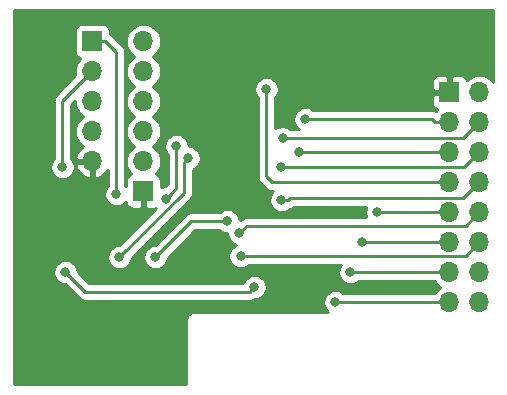
<source format=gbr>
G04 #@! TF.GenerationSoftware,KiCad,Pcbnew,(5.1.2)-2*
G04 #@! TF.CreationDate,2019-11-13T21:48:31+01:00*
G04 #@! TF.ProjectId,KernadouDomoRelayCPU,4b65726e-6164-46f7-9544-6f6d6f52656c,rev?*
G04 #@! TF.SameCoordinates,Original*
G04 #@! TF.FileFunction,Copper,L2,Bot*
G04 #@! TF.FilePolarity,Positive*
%FSLAX46Y46*%
G04 Gerber Fmt 4.6, Leading zero omitted, Abs format (unit mm)*
G04 Created by KiCad (PCBNEW (5.1.2)-2) date 2019-11-13 21:48:31*
%MOMM*%
%LPD*%
G04 APERTURE LIST*
%ADD10R,1.700000X1.700000*%
%ADD11O,1.700000X1.700000*%
%ADD12C,0.800000*%
%ADD13C,0.250000*%
%ADD14C,0.254000*%
G04 APERTURE END LIST*
D10*
X96266000Y-71882000D03*
D11*
X96266000Y-74422000D03*
X96266000Y-76962000D03*
X96266000Y-79502000D03*
X96266000Y-82042000D03*
D10*
X100584000Y-84582000D03*
D11*
X100584000Y-82042000D03*
X100584000Y-79502000D03*
X100584000Y-76962000D03*
X100584000Y-74422000D03*
X100584000Y-71882000D03*
D10*
X126492000Y-76200000D03*
D11*
X129032000Y-76200000D03*
X126492000Y-78740000D03*
X129032000Y-78740000D03*
X126492000Y-81280000D03*
X129032000Y-81280000D03*
X126492000Y-83820000D03*
X129032000Y-83820000D03*
X126492000Y-86360000D03*
X129032000Y-86360000D03*
X126492000Y-88900000D03*
X129032000Y-88900000D03*
X126492000Y-91440000D03*
X129032000Y-91440000D03*
X126492000Y-93980000D03*
X129032000Y-93980000D03*
D12*
X98298000Y-84836000D03*
X93726000Y-82550000D03*
X126746000Y-71120000D03*
X126746000Y-71120000D03*
X129286000Y-71120000D03*
X129286000Y-73660000D03*
X126746000Y-73660000D03*
X90932000Y-70358000D03*
X92964000Y-70358000D03*
X90932000Y-72644000D03*
X92964000Y-72644000D03*
X121666000Y-74422000D03*
X121666000Y-75692000D03*
X115570000Y-74676000D03*
X115570000Y-75946000D03*
X118618000Y-92964000D03*
X120904000Y-92964000D03*
X112014000Y-91440000D03*
X114300000Y-91440000D03*
X95250000Y-97282000D03*
X103378000Y-100330000D03*
X103378000Y-98552000D03*
X103378000Y-98552000D03*
X95250000Y-95250000D03*
X92075000Y-85852000D03*
X91440000Y-99060000D03*
X91440000Y-99060000D03*
X93091000Y-100076000D03*
X93091000Y-100076000D03*
X107696000Y-87122000D03*
X101600000Y-90170000D03*
X120396000Y-86360000D03*
X119126000Y-88900000D03*
X118110000Y-91440000D03*
X116840000Y-93980000D03*
X114300000Y-78486000D03*
X113792000Y-81280000D03*
X110998000Y-75946000D03*
X112362999Y-80104999D03*
X112268000Y-82550000D03*
X112268000Y-85344000D03*
X103378000Y-80772000D03*
X102484340Y-85212340D03*
X104394000Y-81788000D03*
X98552000Y-90170000D03*
X109982000Y-92710000D03*
X93980000Y-91440000D03*
X108712000Y-88138000D03*
X108806999Y-90075001D03*
D13*
X97366000Y-71882000D02*
X96266000Y-71882000D01*
X98298000Y-72814000D02*
X97366000Y-71882000D01*
X98298000Y-84836000D02*
X98298000Y-72814000D01*
X93726000Y-76962000D02*
X96266000Y-74422000D01*
X93726000Y-82550000D02*
X93726000Y-76962000D01*
X104648000Y-87122000D02*
X107696000Y-87122000D01*
X101600000Y-90170000D02*
X104648000Y-87122000D01*
X120396000Y-86360000D02*
X126492000Y-86360000D01*
X119126000Y-88900000D02*
X126492000Y-88900000D01*
X118110000Y-91440000D02*
X126492000Y-91440000D01*
X116840000Y-93980000D02*
X126492000Y-93980000D01*
X125289919Y-78740000D02*
X125035919Y-78486000D01*
X126492000Y-78740000D02*
X125289919Y-78740000D01*
X125035919Y-78486000D02*
X114300000Y-78486000D01*
X126492000Y-81280000D02*
X113792000Y-81280000D01*
X126492000Y-83820000D02*
X111506000Y-83820000D01*
X110998000Y-83312000D02*
X110998000Y-75946000D01*
X111506000Y-83820000D02*
X110998000Y-83312000D01*
X127667001Y-80104999D02*
X112362999Y-80104999D01*
X129032000Y-78740000D02*
X127667001Y-80104999D01*
X127762000Y-82550000D02*
X112268000Y-82550000D01*
X129032000Y-81280000D02*
X127762000Y-82550000D01*
X129032000Y-83820000D02*
X127667001Y-85184999D01*
X112992686Y-85184999D02*
X127667001Y-85184999D01*
X112833685Y-85344000D02*
X112992686Y-85184999D01*
X112268000Y-85344000D02*
X112833685Y-85344000D01*
X102884339Y-84812341D02*
X102484340Y-85212340D01*
X103378000Y-84318680D02*
X102884339Y-84812341D01*
X103378000Y-80772000D02*
X103378000Y-84318680D01*
X104394000Y-81788000D02*
X103994001Y-82187999D01*
X103994001Y-82187999D02*
X103994001Y-84727999D01*
X103994001Y-84727999D02*
X98552000Y-90170000D01*
X109582001Y-93109999D02*
X95649999Y-93109999D01*
X109982000Y-92710000D02*
X109582001Y-93109999D01*
X95649999Y-93109999D02*
X93980000Y-91440000D01*
X127856999Y-87535001D02*
X109314999Y-87535001D01*
X129032000Y-86360000D02*
X127856999Y-87535001D01*
X109314999Y-87535001D02*
X108712000Y-88138000D01*
X127856999Y-90075001D02*
X108806999Y-90075001D01*
X129032000Y-88900000D02*
X127856999Y-90075001D01*
D14*
G36*
X130215000Y-75300671D02*
G01*
X130087134Y-75144866D01*
X129861014Y-74959294D01*
X129603034Y-74821401D01*
X129323111Y-74736487D01*
X129104950Y-74715000D01*
X128959050Y-74715000D01*
X128740889Y-74736487D01*
X128460966Y-74821401D01*
X128202986Y-74959294D01*
X127976866Y-75144866D01*
X127952393Y-75174687D01*
X127931502Y-75105820D01*
X127872537Y-74995506D01*
X127793185Y-74898815D01*
X127696494Y-74819463D01*
X127586180Y-74760498D01*
X127466482Y-74724188D01*
X127342000Y-74711928D01*
X126777750Y-74715000D01*
X126619000Y-74873750D01*
X126619000Y-76073000D01*
X126639000Y-76073000D01*
X126639000Y-76327000D01*
X126619000Y-76327000D01*
X126619000Y-76347000D01*
X126365000Y-76347000D01*
X126365000Y-76327000D01*
X125165750Y-76327000D01*
X125007000Y-76485750D01*
X125003928Y-77050000D01*
X125016188Y-77174482D01*
X125052498Y-77294180D01*
X125111463Y-77404494D01*
X125190815Y-77501185D01*
X125287506Y-77580537D01*
X125397820Y-77639502D01*
X125466687Y-77660393D01*
X125436866Y-77684866D01*
X125349194Y-77791694D01*
X125328166Y-77780454D01*
X125184905Y-77736997D01*
X125073252Y-77726000D01*
X125073241Y-77726000D01*
X125035919Y-77722324D01*
X124998597Y-77726000D01*
X115003711Y-77726000D01*
X114959774Y-77682063D01*
X114790256Y-77568795D01*
X114601898Y-77490774D01*
X114401939Y-77451000D01*
X114198061Y-77451000D01*
X113998102Y-77490774D01*
X113809744Y-77568795D01*
X113640226Y-77682063D01*
X113496063Y-77826226D01*
X113382795Y-77995744D01*
X113304774Y-78184102D01*
X113265000Y-78384061D01*
X113265000Y-78587939D01*
X113304774Y-78787898D01*
X113382795Y-78976256D01*
X113496063Y-79145774D01*
X113640226Y-79289937D01*
X113722632Y-79344999D01*
X113066710Y-79344999D01*
X113022773Y-79301062D01*
X112853255Y-79187794D01*
X112664897Y-79109773D01*
X112464938Y-79069999D01*
X112261060Y-79069999D01*
X112061101Y-79109773D01*
X111872743Y-79187794D01*
X111758000Y-79264463D01*
X111758000Y-76649711D01*
X111801937Y-76605774D01*
X111915205Y-76436256D01*
X111993226Y-76247898D01*
X112033000Y-76047939D01*
X112033000Y-75844061D01*
X111993226Y-75644102D01*
X111915205Y-75455744D01*
X111844550Y-75350000D01*
X125003928Y-75350000D01*
X125007000Y-75914250D01*
X125165750Y-76073000D01*
X126365000Y-76073000D01*
X126365000Y-74873750D01*
X126206250Y-74715000D01*
X125642000Y-74711928D01*
X125517518Y-74724188D01*
X125397820Y-74760498D01*
X125287506Y-74819463D01*
X125190815Y-74898815D01*
X125111463Y-74995506D01*
X125052498Y-75105820D01*
X125016188Y-75225518D01*
X125003928Y-75350000D01*
X111844550Y-75350000D01*
X111801937Y-75286226D01*
X111657774Y-75142063D01*
X111488256Y-75028795D01*
X111299898Y-74950774D01*
X111099939Y-74911000D01*
X110896061Y-74911000D01*
X110696102Y-74950774D01*
X110507744Y-75028795D01*
X110338226Y-75142063D01*
X110194063Y-75286226D01*
X110080795Y-75455744D01*
X110002774Y-75644102D01*
X109963000Y-75844061D01*
X109963000Y-76047939D01*
X110002774Y-76247898D01*
X110080795Y-76436256D01*
X110194063Y-76605774D01*
X110238001Y-76649712D01*
X110238000Y-83274678D01*
X110234324Y-83312000D01*
X110238000Y-83349322D01*
X110238000Y-83349332D01*
X110248997Y-83460985D01*
X110274551Y-83545226D01*
X110292454Y-83604246D01*
X110363026Y-83736276D01*
X110378295Y-83754881D01*
X110457999Y-83852001D01*
X110487002Y-83875803D01*
X110942200Y-84331002D01*
X110965999Y-84360001D01*
X111081724Y-84454974D01*
X111213753Y-84525546D01*
X111357014Y-84569003D01*
X111468667Y-84580000D01*
X111468676Y-84580000D01*
X111505999Y-84583676D01*
X111543322Y-84580000D01*
X111568289Y-84580000D01*
X111464063Y-84684226D01*
X111350795Y-84853744D01*
X111272774Y-85042102D01*
X111233000Y-85242061D01*
X111233000Y-85445939D01*
X111272774Y-85645898D01*
X111350795Y-85834256D01*
X111464063Y-86003774D01*
X111608226Y-86147937D01*
X111777744Y-86261205D01*
X111966102Y-86339226D01*
X112166061Y-86379000D01*
X112369939Y-86379000D01*
X112569898Y-86339226D01*
X112758256Y-86261205D01*
X112927774Y-86147937D01*
X112982724Y-86092987D01*
X113125932Y-86049546D01*
X113257961Y-85978974D01*
X113299360Y-85944999D01*
X119447623Y-85944999D01*
X119400774Y-86058102D01*
X119361000Y-86258061D01*
X119361000Y-86461939D01*
X119400774Y-86661898D01*
X119447623Y-86775001D01*
X109352321Y-86775001D01*
X109314998Y-86771325D01*
X109277675Y-86775001D01*
X109277666Y-86775001D01*
X109166013Y-86785998D01*
X109022752Y-86829455D01*
X108890723Y-86900027D01*
X108774998Y-86995000D01*
X108751199Y-87023999D01*
X108731000Y-87044198D01*
X108731000Y-87020061D01*
X108691226Y-86820102D01*
X108613205Y-86631744D01*
X108499937Y-86462226D01*
X108355774Y-86318063D01*
X108186256Y-86204795D01*
X107997898Y-86126774D01*
X107797939Y-86087000D01*
X107594061Y-86087000D01*
X107394102Y-86126774D01*
X107205744Y-86204795D01*
X107036226Y-86318063D01*
X106992289Y-86362000D01*
X104685323Y-86362000D01*
X104648000Y-86358324D01*
X104610677Y-86362000D01*
X104610667Y-86362000D01*
X104499014Y-86372997D01*
X104355753Y-86416454D01*
X104223723Y-86487026D01*
X104196964Y-86508987D01*
X104107999Y-86581999D01*
X104084201Y-86610997D01*
X101560199Y-89135000D01*
X101498061Y-89135000D01*
X101298102Y-89174774D01*
X101109744Y-89252795D01*
X100940226Y-89366063D01*
X100796063Y-89510226D01*
X100682795Y-89679744D01*
X100604774Y-89868102D01*
X100565000Y-90068061D01*
X100565000Y-90271939D01*
X100604774Y-90471898D01*
X100682795Y-90660256D01*
X100796063Y-90829774D01*
X100940226Y-90973937D01*
X101109744Y-91087205D01*
X101298102Y-91165226D01*
X101498061Y-91205000D01*
X101701939Y-91205000D01*
X101901898Y-91165226D01*
X102090256Y-91087205D01*
X102259774Y-90973937D01*
X102403937Y-90829774D01*
X102517205Y-90660256D01*
X102595226Y-90471898D01*
X102635000Y-90271939D01*
X102635000Y-90209801D01*
X104962802Y-87882000D01*
X106992289Y-87882000D01*
X107036226Y-87925937D01*
X107205744Y-88039205D01*
X107394102Y-88117226D01*
X107594061Y-88157000D01*
X107677000Y-88157000D01*
X107677000Y-88239939D01*
X107716774Y-88439898D01*
X107794795Y-88628256D01*
X107908063Y-88797774D01*
X108052226Y-88941937D01*
X108221744Y-89055205D01*
X108393081Y-89126176D01*
X108316743Y-89157796D01*
X108147225Y-89271064D01*
X108003062Y-89415227D01*
X107889794Y-89584745D01*
X107811773Y-89773103D01*
X107771999Y-89973062D01*
X107771999Y-90176940D01*
X107811773Y-90376899D01*
X107889794Y-90565257D01*
X108003062Y-90734775D01*
X108147225Y-90878938D01*
X108316743Y-90992206D01*
X108505101Y-91070227D01*
X108705060Y-91110001D01*
X108908938Y-91110001D01*
X109108897Y-91070227D01*
X109297255Y-90992206D01*
X109466773Y-90878938D01*
X109510710Y-90835001D01*
X117269464Y-90835001D01*
X117192795Y-90949744D01*
X117114774Y-91138102D01*
X117075000Y-91338061D01*
X117075000Y-91541939D01*
X117114774Y-91741898D01*
X117192795Y-91930256D01*
X117306063Y-92099774D01*
X117450226Y-92243937D01*
X117619744Y-92357205D01*
X117808102Y-92435226D01*
X118008061Y-92475000D01*
X118211939Y-92475000D01*
X118411898Y-92435226D01*
X118600256Y-92357205D01*
X118769774Y-92243937D01*
X118813711Y-92200000D01*
X125214405Y-92200000D01*
X125251294Y-92269014D01*
X125436866Y-92495134D01*
X125662986Y-92680706D01*
X125717791Y-92710000D01*
X125662986Y-92739294D01*
X125436866Y-92924866D01*
X125251294Y-93150986D01*
X125214405Y-93220000D01*
X117543711Y-93220000D01*
X117499774Y-93176063D01*
X117330256Y-93062795D01*
X117141898Y-92984774D01*
X116941939Y-92945000D01*
X116738061Y-92945000D01*
X116538102Y-92984774D01*
X116349744Y-93062795D01*
X116180226Y-93176063D01*
X116036063Y-93320226D01*
X115922795Y-93489744D01*
X115844774Y-93678102D01*
X115805000Y-93878061D01*
X115805000Y-94081939D01*
X115844774Y-94281898D01*
X115922795Y-94470256D01*
X116036063Y-94639774D01*
X116180226Y-94783937D01*
X116195286Y-94794000D01*
X104936877Y-94794000D01*
X104902000Y-94790565D01*
X104867123Y-94794000D01*
X104762816Y-94804273D01*
X104628980Y-94844872D01*
X104505637Y-94910800D01*
X104397525Y-94999525D01*
X104308800Y-95107637D01*
X104242872Y-95230980D01*
X104202273Y-95364816D01*
X104188565Y-95504000D01*
X104192001Y-95538887D01*
X104192000Y-100915000D01*
X89585000Y-100915000D01*
X89585000Y-91338061D01*
X92945000Y-91338061D01*
X92945000Y-91541939D01*
X92984774Y-91741898D01*
X93062795Y-91930256D01*
X93176063Y-92099774D01*
X93320226Y-92243937D01*
X93489744Y-92357205D01*
X93678102Y-92435226D01*
X93878061Y-92475000D01*
X93940199Y-92475000D01*
X95086200Y-93621002D01*
X95109998Y-93650000D01*
X95225723Y-93744973D01*
X95357752Y-93815545D01*
X95501013Y-93859002D01*
X95612666Y-93869999D01*
X95612675Y-93869999D01*
X95649998Y-93873675D01*
X95687321Y-93869999D01*
X109544679Y-93869999D01*
X109582001Y-93873675D01*
X109619323Y-93869999D01*
X109619334Y-93869999D01*
X109730987Y-93859002D01*
X109874248Y-93815545D01*
X110006226Y-93745000D01*
X110083939Y-93745000D01*
X110283898Y-93705226D01*
X110472256Y-93627205D01*
X110641774Y-93513937D01*
X110785937Y-93369774D01*
X110899205Y-93200256D01*
X110977226Y-93011898D01*
X111017000Y-92811939D01*
X111017000Y-92608061D01*
X110977226Y-92408102D01*
X110899205Y-92219744D01*
X110785937Y-92050226D01*
X110641774Y-91906063D01*
X110472256Y-91792795D01*
X110283898Y-91714774D01*
X110083939Y-91675000D01*
X109880061Y-91675000D01*
X109680102Y-91714774D01*
X109491744Y-91792795D01*
X109322226Y-91906063D01*
X109178063Y-92050226D01*
X109064795Y-92219744D01*
X109010841Y-92349999D01*
X95964801Y-92349999D01*
X95015000Y-91400199D01*
X95015000Y-91338061D01*
X94975226Y-91138102D01*
X94897205Y-90949744D01*
X94783937Y-90780226D01*
X94639774Y-90636063D01*
X94470256Y-90522795D01*
X94281898Y-90444774D01*
X94081939Y-90405000D01*
X93878061Y-90405000D01*
X93678102Y-90444774D01*
X93489744Y-90522795D01*
X93320226Y-90636063D01*
X93176063Y-90780226D01*
X93062795Y-90949744D01*
X92984774Y-91138102D01*
X92945000Y-91338061D01*
X89585000Y-91338061D01*
X89585000Y-82448061D01*
X92691000Y-82448061D01*
X92691000Y-82651939D01*
X92730774Y-82851898D01*
X92808795Y-83040256D01*
X92922063Y-83209774D01*
X93066226Y-83353937D01*
X93235744Y-83467205D01*
X93424102Y-83545226D01*
X93624061Y-83585000D01*
X93827939Y-83585000D01*
X94027898Y-83545226D01*
X94216256Y-83467205D01*
X94385774Y-83353937D01*
X94529937Y-83209774D01*
X94643205Y-83040256D01*
X94721226Y-82851898D01*
X94761000Y-82651939D01*
X94761000Y-82448061D01*
X94751220Y-82398890D01*
X94824524Y-82398890D01*
X94869175Y-82546099D01*
X94994359Y-82808920D01*
X95168412Y-83042269D01*
X95384645Y-83237178D01*
X95634748Y-83386157D01*
X95909109Y-83483481D01*
X96139000Y-83362814D01*
X96139000Y-82169000D01*
X94945845Y-82169000D01*
X94824524Y-82398890D01*
X94751220Y-82398890D01*
X94721226Y-82248102D01*
X94643205Y-82059744D01*
X94529937Y-81890226D01*
X94486000Y-81846289D01*
X94486000Y-77276801D01*
X94776235Y-76986567D01*
X94802487Y-77253111D01*
X94887401Y-77533034D01*
X95025294Y-77791014D01*
X95210866Y-78017134D01*
X95436986Y-78202706D01*
X95491791Y-78232000D01*
X95436986Y-78261294D01*
X95210866Y-78446866D01*
X95025294Y-78672986D01*
X94887401Y-78930966D01*
X94802487Y-79210889D01*
X94773815Y-79502000D01*
X94802487Y-79793111D01*
X94887401Y-80073034D01*
X95025294Y-80331014D01*
X95210866Y-80557134D01*
X95436986Y-80742706D01*
X95501523Y-80777201D01*
X95384645Y-80846822D01*
X95168412Y-81041731D01*
X94994359Y-81275080D01*
X94869175Y-81537901D01*
X94824524Y-81685110D01*
X94945845Y-81915000D01*
X96139000Y-81915000D01*
X96139000Y-81895000D01*
X96393000Y-81895000D01*
X96393000Y-81915000D01*
X96413000Y-81915000D01*
X96413000Y-82169000D01*
X96393000Y-82169000D01*
X96393000Y-83362814D01*
X96622891Y-83483481D01*
X96897252Y-83386157D01*
X97147355Y-83237178D01*
X97363588Y-83042269D01*
X97537641Y-82808920D01*
X97538000Y-82808166D01*
X97538000Y-84132289D01*
X97494063Y-84176226D01*
X97380795Y-84345744D01*
X97302774Y-84534102D01*
X97263000Y-84734061D01*
X97263000Y-84937939D01*
X97302774Y-85137898D01*
X97380795Y-85326256D01*
X97494063Y-85495774D01*
X97638226Y-85639937D01*
X97807744Y-85753205D01*
X97996102Y-85831226D01*
X98196061Y-85871000D01*
X98399939Y-85871000D01*
X98599898Y-85831226D01*
X98788256Y-85753205D01*
X98957774Y-85639937D01*
X99101937Y-85495774D01*
X99102174Y-85495419D01*
X99108188Y-85556482D01*
X99144498Y-85676180D01*
X99203463Y-85786494D01*
X99282815Y-85883185D01*
X99379506Y-85962537D01*
X99489820Y-86021502D01*
X99609518Y-86057812D01*
X99734000Y-86070072D01*
X100298250Y-86067000D01*
X100457000Y-85908250D01*
X100457000Y-84709000D01*
X100437000Y-84709000D01*
X100437000Y-84455000D01*
X100457000Y-84455000D01*
X100457000Y-84435000D01*
X100711000Y-84435000D01*
X100711000Y-84455000D01*
X100731000Y-84455000D01*
X100731000Y-84709000D01*
X100711000Y-84709000D01*
X100711000Y-85908250D01*
X100869750Y-86067000D01*
X101434000Y-86070072D01*
X101558482Y-86057812D01*
X101602843Y-86044355D01*
X98512199Y-89135000D01*
X98450061Y-89135000D01*
X98250102Y-89174774D01*
X98061744Y-89252795D01*
X97892226Y-89366063D01*
X97748063Y-89510226D01*
X97634795Y-89679744D01*
X97556774Y-89868102D01*
X97517000Y-90068061D01*
X97517000Y-90271939D01*
X97556774Y-90471898D01*
X97634795Y-90660256D01*
X97748063Y-90829774D01*
X97892226Y-90973937D01*
X98061744Y-91087205D01*
X98250102Y-91165226D01*
X98450061Y-91205000D01*
X98653939Y-91205000D01*
X98853898Y-91165226D01*
X99042256Y-91087205D01*
X99211774Y-90973937D01*
X99355937Y-90829774D01*
X99469205Y-90660256D01*
X99547226Y-90471898D01*
X99587000Y-90271939D01*
X99587000Y-90209801D01*
X104505004Y-85291798D01*
X104534002Y-85268000D01*
X104628975Y-85152275D01*
X104699547Y-85020246D01*
X104743004Y-84876985D01*
X104754001Y-84765332D01*
X104757678Y-84727999D01*
X104754001Y-84690666D01*
X104754001Y-82759159D01*
X104884256Y-82705205D01*
X105053774Y-82591937D01*
X105197937Y-82447774D01*
X105311205Y-82278256D01*
X105389226Y-82089898D01*
X105429000Y-81889939D01*
X105429000Y-81686061D01*
X105389226Y-81486102D01*
X105311205Y-81297744D01*
X105197937Y-81128226D01*
X105053774Y-80984063D01*
X104884256Y-80870795D01*
X104695898Y-80792774D01*
X104495939Y-80753000D01*
X104413000Y-80753000D01*
X104413000Y-80670061D01*
X104373226Y-80470102D01*
X104295205Y-80281744D01*
X104181937Y-80112226D01*
X104037774Y-79968063D01*
X103868256Y-79854795D01*
X103679898Y-79776774D01*
X103479939Y-79737000D01*
X103276061Y-79737000D01*
X103076102Y-79776774D01*
X102887744Y-79854795D01*
X102718226Y-79968063D01*
X102574063Y-80112226D01*
X102460795Y-80281744D01*
X102382774Y-80470102D01*
X102343000Y-80670061D01*
X102343000Y-80873939D01*
X102382774Y-81073898D01*
X102460795Y-81262256D01*
X102574063Y-81431774D01*
X102618000Y-81475711D01*
X102618001Y-84003878D01*
X102444539Y-84177340D01*
X102382401Y-84177340D01*
X102182442Y-84217114D01*
X102069175Y-84264031D01*
X102072072Y-83732000D01*
X102059812Y-83607518D01*
X102023502Y-83487820D01*
X101964537Y-83377506D01*
X101885185Y-83280815D01*
X101788494Y-83201463D01*
X101678180Y-83142498D01*
X101609313Y-83121607D01*
X101639134Y-83097134D01*
X101824706Y-82871014D01*
X101962599Y-82613034D01*
X102047513Y-82333111D01*
X102076185Y-82042000D01*
X102047513Y-81750889D01*
X101962599Y-81470966D01*
X101824706Y-81212986D01*
X101639134Y-80986866D01*
X101413014Y-80801294D01*
X101358209Y-80772000D01*
X101413014Y-80742706D01*
X101639134Y-80557134D01*
X101824706Y-80331014D01*
X101962599Y-80073034D01*
X102047513Y-79793111D01*
X102076185Y-79502000D01*
X102047513Y-79210889D01*
X101962599Y-78930966D01*
X101824706Y-78672986D01*
X101639134Y-78446866D01*
X101413014Y-78261294D01*
X101358209Y-78232000D01*
X101413014Y-78202706D01*
X101639134Y-78017134D01*
X101824706Y-77791014D01*
X101962599Y-77533034D01*
X102047513Y-77253111D01*
X102076185Y-76962000D01*
X102047513Y-76670889D01*
X101962599Y-76390966D01*
X101824706Y-76132986D01*
X101639134Y-75906866D01*
X101413014Y-75721294D01*
X101358209Y-75692000D01*
X101413014Y-75662706D01*
X101639134Y-75477134D01*
X101824706Y-75251014D01*
X101962599Y-74993034D01*
X102047513Y-74713111D01*
X102076185Y-74422000D01*
X102047513Y-74130889D01*
X101962599Y-73850966D01*
X101824706Y-73592986D01*
X101639134Y-73366866D01*
X101413014Y-73181294D01*
X101358209Y-73152000D01*
X101413014Y-73122706D01*
X101639134Y-72937134D01*
X101824706Y-72711014D01*
X101962599Y-72453034D01*
X102047513Y-72173111D01*
X102076185Y-71882000D01*
X102047513Y-71590889D01*
X101962599Y-71310966D01*
X101824706Y-71052986D01*
X101639134Y-70826866D01*
X101413014Y-70641294D01*
X101155034Y-70503401D01*
X100875111Y-70418487D01*
X100656950Y-70397000D01*
X100511050Y-70397000D01*
X100292889Y-70418487D01*
X100012966Y-70503401D01*
X99754986Y-70641294D01*
X99528866Y-70826866D01*
X99343294Y-71052986D01*
X99205401Y-71310966D01*
X99120487Y-71590889D01*
X99091815Y-71882000D01*
X99120487Y-72173111D01*
X99205401Y-72453034D01*
X99343294Y-72711014D01*
X99528866Y-72937134D01*
X99754986Y-73122706D01*
X99809791Y-73152000D01*
X99754986Y-73181294D01*
X99528866Y-73366866D01*
X99343294Y-73592986D01*
X99205401Y-73850966D01*
X99120487Y-74130889D01*
X99091815Y-74422000D01*
X99120487Y-74713111D01*
X99205401Y-74993034D01*
X99343294Y-75251014D01*
X99528866Y-75477134D01*
X99754986Y-75662706D01*
X99809791Y-75692000D01*
X99754986Y-75721294D01*
X99528866Y-75906866D01*
X99343294Y-76132986D01*
X99205401Y-76390966D01*
X99120487Y-76670889D01*
X99091815Y-76962000D01*
X99120487Y-77253111D01*
X99205401Y-77533034D01*
X99343294Y-77791014D01*
X99528866Y-78017134D01*
X99754986Y-78202706D01*
X99809791Y-78232000D01*
X99754986Y-78261294D01*
X99528866Y-78446866D01*
X99343294Y-78672986D01*
X99205401Y-78930966D01*
X99120487Y-79210889D01*
X99091815Y-79502000D01*
X99120487Y-79793111D01*
X99205401Y-80073034D01*
X99343294Y-80331014D01*
X99528866Y-80557134D01*
X99754986Y-80742706D01*
X99809791Y-80772000D01*
X99754986Y-80801294D01*
X99528866Y-80986866D01*
X99343294Y-81212986D01*
X99205401Y-81470966D01*
X99120487Y-81750889D01*
X99091815Y-82042000D01*
X99120487Y-82333111D01*
X99205401Y-82613034D01*
X99343294Y-82871014D01*
X99528866Y-83097134D01*
X99558687Y-83121607D01*
X99489820Y-83142498D01*
X99379506Y-83201463D01*
X99282815Y-83280815D01*
X99203463Y-83377506D01*
X99144498Y-83487820D01*
X99108188Y-83607518D01*
X99095928Y-83732000D01*
X99098327Y-84172616D01*
X99058000Y-84132289D01*
X99058000Y-72851322D01*
X99061676Y-72813999D01*
X99058000Y-72776676D01*
X99058000Y-72776667D01*
X99047003Y-72665014D01*
X99003546Y-72521753D01*
X99000992Y-72516974D01*
X98932974Y-72389723D01*
X98861799Y-72302997D01*
X98838001Y-72273999D01*
X98809003Y-72250201D01*
X97929804Y-71371002D01*
X97906001Y-71341999D01*
X97790276Y-71247026D01*
X97754072Y-71227674D01*
X97754072Y-71032000D01*
X97741812Y-70907518D01*
X97705502Y-70787820D01*
X97646537Y-70677506D01*
X97567185Y-70580815D01*
X97470494Y-70501463D01*
X97360180Y-70442498D01*
X97240482Y-70406188D01*
X97116000Y-70393928D01*
X95416000Y-70393928D01*
X95291518Y-70406188D01*
X95171820Y-70442498D01*
X95061506Y-70501463D01*
X94964815Y-70580815D01*
X94885463Y-70677506D01*
X94826498Y-70787820D01*
X94790188Y-70907518D01*
X94777928Y-71032000D01*
X94777928Y-72732000D01*
X94790188Y-72856482D01*
X94826498Y-72976180D01*
X94885463Y-73086494D01*
X94964815Y-73183185D01*
X95061506Y-73262537D01*
X95171820Y-73321502D01*
X95240687Y-73342393D01*
X95210866Y-73366866D01*
X95025294Y-73592986D01*
X94887401Y-73850966D01*
X94802487Y-74130889D01*
X94773815Y-74422000D01*
X94802487Y-74713111D01*
X94825203Y-74787995D01*
X93214998Y-76398201D01*
X93186000Y-76421999D01*
X93162202Y-76450997D01*
X93162201Y-76450998D01*
X93091026Y-76537724D01*
X93020454Y-76669754D01*
X92976998Y-76813015D01*
X92962324Y-76962000D01*
X92966001Y-76999332D01*
X92966000Y-81846289D01*
X92922063Y-81890226D01*
X92808795Y-82059744D01*
X92730774Y-82248102D01*
X92691000Y-82448061D01*
X89585000Y-82448061D01*
X89585000Y-69285000D01*
X130215000Y-69285000D01*
X130215000Y-75300671D01*
X130215000Y-75300671D01*
G37*
X130215000Y-75300671D02*
X130087134Y-75144866D01*
X129861014Y-74959294D01*
X129603034Y-74821401D01*
X129323111Y-74736487D01*
X129104950Y-74715000D01*
X128959050Y-74715000D01*
X128740889Y-74736487D01*
X128460966Y-74821401D01*
X128202986Y-74959294D01*
X127976866Y-75144866D01*
X127952393Y-75174687D01*
X127931502Y-75105820D01*
X127872537Y-74995506D01*
X127793185Y-74898815D01*
X127696494Y-74819463D01*
X127586180Y-74760498D01*
X127466482Y-74724188D01*
X127342000Y-74711928D01*
X126777750Y-74715000D01*
X126619000Y-74873750D01*
X126619000Y-76073000D01*
X126639000Y-76073000D01*
X126639000Y-76327000D01*
X126619000Y-76327000D01*
X126619000Y-76347000D01*
X126365000Y-76347000D01*
X126365000Y-76327000D01*
X125165750Y-76327000D01*
X125007000Y-76485750D01*
X125003928Y-77050000D01*
X125016188Y-77174482D01*
X125052498Y-77294180D01*
X125111463Y-77404494D01*
X125190815Y-77501185D01*
X125287506Y-77580537D01*
X125397820Y-77639502D01*
X125466687Y-77660393D01*
X125436866Y-77684866D01*
X125349194Y-77791694D01*
X125328166Y-77780454D01*
X125184905Y-77736997D01*
X125073252Y-77726000D01*
X125073241Y-77726000D01*
X125035919Y-77722324D01*
X124998597Y-77726000D01*
X115003711Y-77726000D01*
X114959774Y-77682063D01*
X114790256Y-77568795D01*
X114601898Y-77490774D01*
X114401939Y-77451000D01*
X114198061Y-77451000D01*
X113998102Y-77490774D01*
X113809744Y-77568795D01*
X113640226Y-77682063D01*
X113496063Y-77826226D01*
X113382795Y-77995744D01*
X113304774Y-78184102D01*
X113265000Y-78384061D01*
X113265000Y-78587939D01*
X113304774Y-78787898D01*
X113382795Y-78976256D01*
X113496063Y-79145774D01*
X113640226Y-79289937D01*
X113722632Y-79344999D01*
X113066710Y-79344999D01*
X113022773Y-79301062D01*
X112853255Y-79187794D01*
X112664897Y-79109773D01*
X112464938Y-79069999D01*
X112261060Y-79069999D01*
X112061101Y-79109773D01*
X111872743Y-79187794D01*
X111758000Y-79264463D01*
X111758000Y-76649711D01*
X111801937Y-76605774D01*
X111915205Y-76436256D01*
X111993226Y-76247898D01*
X112033000Y-76047939D01*
X112033000Y-75844061D01*
X111993226Y-75644102D01*
X111915205Y-75455744D01*
X111844550Y-75350000D01*
X125003928Y-75350000D01*
X125007000Y-75914250D01*
X125165750Y-76073000D01*
X126365000Y-76073000D01*
X126365000Y-74873750D01*
X126206250Y-74715000D01*
X125642000Y-74711928D01*
X125517518Y-74724188D01*
X125397820Y-74760498D01*
X125287506Y-74819463D01*
X125190815Y-74898815D01*
X125111463Y-74995506D01*
X125052498Y-75105820D01*
X125016188Y-75225518D01*
X125003928Y-75350000D01*
X111844550Y-75350000D01*
X111801937Y-75286226D01*
X111657774Y-75142063D01*
X111488256Y-75028795D01*
X111299898Y-74950774D01*
X111099939Y-74911000D01*
X110896061Y-74911000D01*
X110696102Y-74950774D01*
X110507744Y-75028795D01*
X110338226Y-75142063D01*
X110194063Y-75286226D01*
X110080795Y-75455744D01*
X110002774Y-75644102D01*
X109963000Y-75844061D01*
X109963000Y-76047939D01*
X110002774Y-76247898D01*
X110080795Y-76436256D01*
X110194063Y-76605774D01*
X110238001Y-76649712D01*
X110238000Y-83274678D01*
X110234324Y-83312000D01*
X110238000Y-83349322D01*
X110238000Y-83349332D01*
X110248997Y-83460985D01*
X110274551Y-83545226D01*
X110292454Y-83604246D01*
X110363026Y-83736276D01*
X110378295Y-83754881D01*
X110457999Y-83852001D01*
X110487002Y-83875803D01*
X110942200Y-84331002D01*
X110965999Y-84360001D01*
X111081724Y-84454974D01*
X111213753Y-84525546D01*
X111357014Y-84569003D01*
X111468667Y-84580000D01*
X111468676Y-84580000D01*
X111505999Y-84583676D01*
X111543322Y-84580000D01*
X111568289Y-84580000D01*
X111464063Y-84684226D01*
X111350795Y-84853744D01*
X111272774Y-85042102D01*
X111233000Y-85242061D01*
X111233000Y-85445939D01*
X111272774Y-85645898D01*
X111350795Y-85834256D01*
X111464063Y-86003774D01*
X111608226Y-86147937D01*
X111777744Y-86261205D01*
X111966102Y-86339226D01*
X112166061Y-86379000D01*
X112369939Y-86379000D01*
X112569898Y-86339226D01*
X112758256Y-86261205D01*
X112927774Y-86147937D01*
X112982724Y-86092987D01*
X113125932Y-86049546D01*
X113257961Y-85978974D01*
X113299360Y-85944999D01*
X119447623Y-85944999D01*
X119400774Y-86058102D01*
X119361000Y-86258061D01*
X119361000Y-86461939D01*
X119400774Y-86661898D01*
X119447623Y-86775001D01*
X109352321Y-86775001D01*
X109314998Y-86771325D01*
X109277675Y-86775001D01*
X109277666Y-86775001D01*
X109166013Y-86785998D01*
X109022752Y-86829455D01*
X108890723Y-86900027D01*
X108774998Y-86995000D01*
X108751199Y-87023999D01*
X108731000Y-87044198D01*
X108731000Y-87020061D01*
X108691226Y-86820102D01*
X108613205Y-86631744D01*
X108499937Y-86462226D01*
X108355774Y-86318063D01*
X108186256Y-86204795D01*
X107997898Y-86126774D01*
X107797939Y-86087000D01*
X107594061Y-86087000D01*
X107394102Y-86126774D01*
X107205744Y-86204795D01*
X107036226Y-86318063D01*
X106992289Y-86362000D01*
X104685323Y-86362000D01*
X104648000Y-86358324D01*
X104610677Y-86362000D01*
X104610667Y-86362000D01*
X104499014Y-86372997D01*
X104355753Y-86416454D01*
X104223723Y-86487026D01*
X104196964Y-86508987D01*
X104107999Y-86581999D01*
X104084201Y-86610997D01*
X101560199Y-89135000D01*
X101498061Y-89135000D01*
X101298102Y-89174774D01*
X101109744Y-89252795D01*
X100940226Y-89366063D01*
X100796063Y-89510226D01*
X100682795Y-89679744D01*
X100604774Y-89868102D01*
X100565000Y-90068061D01*
X100565000Y-90271939D01*
X100604774Y-90471898D01*
X100682795Y-90660256D01*
X100796063Y-90829774D01*
X100940226Y-90973937D01*
X101109744Y-91087205D01*
X101298102Y-91165226D01*
X101498061Y-91205000D01*
X101701939Y-91205000D01*
X101901898Y-91165226D01*
X102090256Y-91087205D01*
X102259774Y-90973937D01*
X102403937Y-90829774D01*
X102517205Y-90660256D01*
X102595226Y-90471898D01*
X102635000Y-90271939D01*
X102635000Y-90209801D01*
X104962802Y-87882000D01*
X106992289Y-87882000D01*
X107036226Y-87925937D01*
X107205744Y-88039205D01*
X107394102Y-88117226D01*
X107594061Y-88157000D01*
X107677000Y-88157000D01*
X107677000Y-88239939D01*
X107716774Y-88439898D01*
X107794795Y-88628256D01*
X107908063Y-88797774D01*
X108052226Y-88941937D01*
X108221744Y-89055205D01*
X108393081Y-89126176D01*
X108316743Y-89157796D01*
X108147225Y-89271064D01*
X108003062Y-89415227D01*
X107889794Y-89584745D01*
X107811773Y-89773103D01*
X107771999Y-89973062D01*
X107771999Y-90176940D01*
X107811773Y-90376899D01*
X107889794Y-90565257D01*
X108003062Y-90734775D01*
X108147225Y-90878938D01*
X108316743Y-90992206D01*
X108505101Y-91070227D01*
X108705060Y-91110001D01*
X108908938Y-91110001D01*
X109108897Y-91070227D01*
X109297255Y-90992206D01*
X109466773Y-90878938D01*
X109510710Y-90835001D01*
X117269464Y-90835001D01*
X117192795Y-90949744D01*
X117114774Y-91138102D01*
X117075000Y-91338061D01*
X117075000Y-91541939D01*
X117114774Y-91741898D01*
X117192795Y-91930256D01*
X117306063Y-92099774D01*
X117450226Y-92243937D01*
X117619744Y-92357205D01*
X117808102Y-92435226D01*
X118008061Y-92475000D01*
X118211939Y-92475000D01*
X118411898Y-92435226D01*
X118600256Y-92357205D01*
X118769774Y-92243937D01*
X118813711Y-92200000D01*
X125214405Y-92200000D01*
X125251294Y-92269014D01*
X125436866Y-92495134D01*
X125662986Y-92680706D01*
X125717791Y-92710000D01*
X125662986Y-92739294D01*
X125436866Y-92924866D01*
X125251294Y-93150986D01*
X125214405Y-93220000D01*
X117543711Y-93220000D01*
X117499774Y-93176063D01*
X117330256Y-93062795D01*
X117141898Y-92984774D01*
X116941939Y-92945000D01*
X116738061Y-92945000D01*
X116538102Y-92984774D01*
X116349744Y-93062795D01*
X116180226Y-93176063D01*
X116036063Y-93320226D01*
X115922795Y-93489744D01*
X115844774Y-93678102D01*
X115805000Y-93878061D01*
X115805000Y-94081939D01*
X115844774Y-94281898D01*
X115922795Y-94470256D01*
X116036063Y-94639774D01*
X116180226Y-94783937D01*
X116195286Y-94794000D01*
X104936877Y-94794000D01*
X104902000Y-94790565D01*
X104867123Y-94794000D01*
X104762816Y-94804273D01*
X104628980Y-94844872D01*
X104505637Y-94910800D01*
X104397525Y-94999525D01*
X104308800Y-95107637D01*
X104242872Y-95230980D01*
X104202273Y-95364816D01*
X104188565Y-95504000D01*
X104192001Y-95538887D01*
X104192000Y-100915000D01*
X89585000Y-100915000D01*
X89585000Y-91338061D01*
X92945000Y-91338061D01*
X92945000Y-91541939D01*
X92984774Y-91741898D01*
X93062795Y-91930256D01*
X93176063Y-92099774D01*
X93320226Y-92243937D01*
X93489744Y-92357205D01*
X93678102Y-92435226D01*
X93878061Y-92475000D01*
X93940199Y-92475000D01*
X95086200Y-93621002D01*
X95109998Y-93650000D01*
X95225723Y-93744973D01*
X95357752Y-93815545D01*
X95501013Y-93859002D01*
X95612666Y-93869999D01*
X95612675Y-93869999D01*
X95649998Y-93873675D01*
X95687321Y-93869999D01*
X109544679Y-93869999D01*
X109582001Y-93873675D01*
X109619323Y-93869999D01*
X109619334Y-93869999D01*
X109730987Y-93859002D01*
X109874248Y-93815545D01*
X110006226Y-93745000D01*
X110083939Y-93745000D01*
X110283898Y-93705226D01*
X110472256Y-93627205D01*
X110641774Y-93513937D01*
X110785937Y-93369774D01*
X110899205Y-93200256D01*
X110977226Y-93011898D01*
X111017000Y-92811939D01*
X111017000Y-92608061D01*
X110977226Y-92408102D01*
X110899205Y-92219744D01*
X110785937Y-92050226D01*
X110641774Y-91906063D01*
X110472256Y-91792795D01*
X110283898Y-91714774D01*
X110083939Y-91675000D01*
X109880061Y-91675000D01*
X109680102Y-91714774D01*
X109491744Y-91792795D01*
X109322226Y-91906063D01*
X109178063Y-92050226D01*
X109064795Y-92219744D01*
X109010841Y-92349999D01*
X95964801Y-92349999D01*
X95015000Y-91400199D01*
X95015000Y-91338061D01*
X94975226Y-91138102D01*
X94897205Y-90949744D01*
X94783937Y-90780226D01*
X94639774Y-90636063D01*
X94470256Y-90522795D01*
X94281898Y-90444774D01*
X94081939Y-90405000D01*
X93878061Y-90405000D01*
X93678102Y-90444774D01*
X93489744Y-90522795D01*
X93320226Y-90636063D01*
X93176063Y-90780226D01*
X93062795Y-90949744D01*
X92984774Y-91138102D01*
X92945000Y-91338061D01*
X89585000Y-91338061D01*
X89585000Y-82448061D01*
X92691000Y-82448061D01*
X92691000Y-82651939D01*
X92730774Y-82851898D01*
X92808795Y-83040256D01*
X92922063Y-83209774D01*
X93066226Y-83353937D01*
X93235744Y-83467205D01*
X93424102Y-83545226D01*
X93624061Y-83585000D01*
X93827939Y-83585000D01*
X94027898Y-83545226D01*
X94216256Y-83467205D01*
X94385774Y-83353937D01*
X94529937Y-83209774D01*
X94643205Y-83040256D01*
X94721226Y-82851898D01*
X94761000Y-82651939D01*
X94761000Y-82448061D01*
X94751220Y-82398890D01*
X94824524Y-82398890D01*
X94869175Y-82546099D01*
X94994359Y-82808920D01*
X95168412Y-83042269D01*
X95384645Y-83237178D01*
X95634748Y-83386157D01*
X95909109Y-83483481D01*
X96139000Y-83362814D01*
X96139000Y-82169000D01*
X94945845Y-82169000D01*
X94824524Y-82398890D01*
X94751220Y-82398890D01*
X94721226Y-82248102D01*
X94643205Y-82059744D01*
X94529937Y-81890226D01*
X94486000Y-81846289D01*
X94486000Y-77276801D01*
X94776235Y-76986567D01*
X94802487Y-77253111D01*
X94887401Y-77533034D01*
X95025294Y-77791014D01*
X95210866Y-78017134D01*
X95436986Y-78202706D01*
X95491791Y-78232000D01*
X95436986Y-78261294D01*
X95210866Y-78446866D01*
X95025294Y-78672986D01*
X94887401Y-78930966D01*
X94802487Y-79210889D01*
X94773815Y-79502000D01*
X94802487Y-79793111D01*
X94887401Y-80073034D01*
X95025294Y-80331014D01*
X95210866Y-80557134D01*
X95436986Y-80742706D01*
X95501523Y-80777201D01*
X95384645Y-80846822D01*
X95168412Y-81041731D01*
X94994359Y-81275080D01*
X94869175Y-81537901D01*
X94824524Y-81685110D01*
X94945845Y-81915000D01*
X96139000Y-81915000D01*
X96139000Y-81895000D01*
X96393000Y-81895000D01*
X96393000Y-81915000D01*
X96413000Y-81915000D01*
X96413000Y-82169000D01*
X96393000Y-82169000D01*
X96393000Y-83362814D01*
X96622891Y-83483481D01*
X96897252Y-83386157D01*
X97147355Y-83237178D01*
X97363588Y-83042269D01*
X97537641Y-82808920D01*
X97538000Y-82808166D01*
X97538000Y-84132289D01*
X97494063Y-84176226D01*
X97380795Y-84345744D01*
X97302774Y-84534102D01*
X97263000Y-84734061D01*
X97263000Y-84937939D01*
X97302774Y-85137898D01*
X97380795Y-85326256D01*
X97494063Y-85495774D01*
X97638226Y-85639937D01*
X97807744Y-85753205D01*
X97996102Y-85831226D01*
X98196061Y-85871000D01*
X98399939Y-85871000D01*
X98599898Y-85831226D01*
X98788256Y-85753205D01*
X98957774Y-85639937D01*
X99101937Y-85495774D01*
X99102174Y-85495419D01*
X99108188Y-85556482D01*
X99144498Y-85676180D01*
X99203463Y-85786494D01*
X99282815Y-85883185D01*
X99379506Y-85962537D01*
X99489820Y-86021502D01*
X99609518Y-86057812D01*
X99734000Y-86070072D01*
X100298250Y-86067000D01*
X100457000Y-85908250D01*
X100457000Y-84709000D01*
X100437000Y-84709000D01*
X100437000Y-84455000D01*
X100457000Y-84455000D01*
X100457000Y-84435000D01*
X100711000Y-84435000D01*
X100711000Y-84455000D01*
X100731000Y-84455000D01*
X100731000Y-84709000D01*
X100711000Y-84709000D01*
X100711000Y-85908250D01*
X100869750Y-86067000D01*
X101434000Y-86070072D01*
X101558482Y-86057812D01*
X101602843Y-86044355D01*
X98512199Y-89135000D01*
X98450061Y-89135000D01*
X98250102Y-89174774D01*
X98061744Y-89252795D01*
X97892226Y-89366063D01*
X97748063Y-89510226D01*
X97634795Y-89679744D01*
X97556774Y-89868102D01*
X97517000Y-90068061D01*
X97517000Y-90271939D01*
X97556774Y-90471898D01*
X97634795Y-90660256D01*
X97748063Y-90829774D01*
X97892226Y-90973937D01*
X98061744Y-91087205D01*
X98250102Y-91165226D01*
X98450061Y-91205000D01*
X98653939Y-91205000D01*
X98853898Y-91165226D01*
X99042256Y-91087205D01*
X99211774Y-90973937D01*
X99355937Y-90829774D01*
X99469205Y-90660256D01*
X99547226Y-90471898D01*
X99587000Y-90271939D01*
X99587000Y-90209801D01*
X104505004Y-85291798D01*
X104534002Y-85268000D01*
X104628975Y-85152275D01*
X104699547Y-85020246D01*
X104743004Y-84876985D01*
X104754001Y-84765332D01*
X104757678Y-84727999D01*
X104754001Y-84690666D01*
X104754001Y-82759159D01*
X104884256Y-82705205D01*
X105053774Y-82591937D01*
X105197937Y-82447774D01*
X105311205Y-82278256D01*
X105389226Y-82089898D01*
X105429000Y-81889939D01*
X105429000Y-81686061D01*
X105389226Y-81486102D01*
X105311205Y-81297744D01*
X105197937Y-81128226D01*
X105053774Y-80984063D01*
X104884256Y-80870795D01*
X104695898Y-80792774D01*
X104495939Y-80753000D01*
X104413000Y-80753000D01*
X104413000Y-80670061D01*
X104373226Y-80470102D01*
X104295205Y-80281744D01*
X104181937Y-80112226D01*
X104037774Y-79968063D01*
X103868256Y-79854795D01*
X103679898Y-79776774D01*
X103479939Y-79737000D01*
X103276061Y-79737000D01*
X103076102Y-79776774D01*
X102887744Y-79854795D01*
X102718226Y-79968063D01*
X102574063Y-80112226D01*
X102460795Y-80281744D01*
X102382774Y-80470102D01*
X102343000Y-80670061D01*
X102343000Y-80873939D01*
X102382774Y-81073898D01*
X102460795Y-81262256D01*
X102574063Y-81431774D01*
X102618000Y-81475711D01*
X102618001Y-84003878D01*
X102444539Y-84177340D01*
X102382401Y-84177340D01*
X102182442Y-84217114D01*
X102069175Y-84264031D01*
X102072072Y-83732000D01*
X102059812Y-83607518D01*
X102023502Y-83487820D01*
X101964537Y-83377506D01*
X101885185Y-83280815D01*
X101788494Y-83201463D01*
X101678180Y-83142498D01*
X101609313Y-83121607D01*
X101639134Y-83097134D01*
X101824706Y-82871014D01*
X101962599Y-82613034D01*
X102047513Y-82333111D01*
X102076185Y-82042000D01*
X102047513Y-81750889D01*
X101962599Y-81470966D01*
X101824706Y-81212986D01*
X101639134Y-80986866D01*
X101413014Y-80801294D01*
X101358209Y-80772000D01*
X101413014Y-80742706D01*
X101639134Y-80557134D01*
X101824706Y-80331014D01*
X101962599Y-80073034D01*
X102047513Y-79793111D01*
X102076185Y-79502000D01*
X102047513Y-79210889D01*
X101962599Y-78930966D01*
X101824706Y-78672986D01*
X101639134Y-78446866D01*
X101413014Y-78261294D01*
X101358209Y-78232000D01*
X101413014Y-78202706D01*
X101639134Y-78017134D01*
X101824706Y-77791014D01*
X101962599Y-77533034D01*
X102047513Y-77253111D01*
X102076185Y-76962000D01*
X102047513Y-76670889D01*
X101962599Y-76390966D01*
X101824706Y-76132986D01*
X101639134Y-75906866D01*
X101413014Y-75721294D01*
X101358209Y-75692000D01*
X101413014Y-75662706D01*
X101639134Y-75477134D01*
X101824706Y-75251014D01*
X101962599Y-74993034D01*
X102047513Y-74713111D01*
X102076185Y-74422000D01*
X102047513Y-74130889D01*
X101962599Y-73850966D01*
X101824706Y-73592986D01*
X101639134Y-73366866D01*
X101413014Y-73181294D01*
X101358209Y-73152000D01*
X101413014Y-73122706D01*
X101639134Y-72937134D01*
X101824706Y-72711014D01*
X101962599Y-72453034D01*
X102047513Y-72173111D01*
X102076185Y-71882000D01*
X102047513Y-71590889D01*
X101962599Y-71310966D01*
X101824706Y-71052986D01*
X101639134Y-70826866D01*
X101413014Y-70641294D01*
X101155034Y-70503401D01*
X100875111Y-70418487D01*
X100656950Y-70397000D01*
X100511050Y-70397000D01*
X100292889Y-70418487D01*
X100012966Y-70503401D01*
X99754986Y-70641294D01*
X99528866Y-70826866D01*
X99343294Y-71052986D01*
X99205401Y-71310966D01*
X99120487Y-71590889D01*
X99091815Y-71882000D01*
X99120487Y-72173111D01*
X99205401Y-72453034D01*
X99343294Y-72711014D01*
X99528866Y-72937134D01*
X99754986Y-73122706D01*
X99809791Y-73152000D01*
X99754986Y-73181294D01*
X99528866Y-73366866D01*
X99343294Y-73592986D01*
X99205401Y-73850966D01*
X99120487Y-74130889D01*
X99091815Y-74422000D01*
X99120487Y-74713111D01*
X99205401Y-74993034D01*
X99343294Y-75251014D01*
X99528866Y-75477134D01*
X99754986Y-75662706D01*
X99809791Y-75692000D01*
X99754986Y-75721294D01*
X99528866Y-75906866D01*
X99343294Y-76132986D01*
X99205401Y-76390966D01*
X99120487Y-76670889D01*
X99091815Y-76962000D01*
X99120487Y-77253111D01*
X99205401Y-77533034D01*
X99343294Y-77791014D01*
X99528866Y-78017134D01*
X99754986Y-78202706D01*
X99809791Y-78232000D01*
X99754986Y-78261294D01*
X99528866Y-78446866D01*
X99343294Y-78672986D01*
X99205401Y-78930966D01*
X99120487Y-79210889D01*
X99091815Y-79502000D01*
X99120487Y-79793111D01*
X99205401Y-80073034D01*
X99343294Y-80331014D01*
X99528866Y-80557134D01*
X99754986Y-80742706D01*
X99809791Y-80772000D01*
X99754986Y-80801294D01*
X99528866Y-80986866D01*
X99343294Y-81212986D01*
X99205401Y-81470966D01*
X99120487Y-81750889D01*
X99091815Y-82042000D01*
X99120487Y-82333111D01*
X99205401Y-82613034D01*
X99343294Y-82871014D01*
X99528866Y-83097134D01*
X99558687Y-83121607D01*
X99489820Y-83142498D01*
X99379506Y-83201463D01*
X99282815Y-83280815D01*
X99203463Y-83377506D01*
X99144498Y-83487820D01*
X99108188Y-83607518D01*
X99095928Y-83732000D01*
X99098327Y-84172616D01*
X99058000Y-84132289D01*
X99058000Y-72851322D01*
X99061676Y-72813999D01*
X99058000Y-72776676D01*
X99058000Y-72776667D01*
X99047003Y-72665014D01*
X99003546Y-72521753D01*
X99000992Y-72516974D01*
X98932974Y-72389723D01*
X98861799Y-72302997D01*
X98838001Y-72273999D01*
X98809003Y-72250201D01*
X97929804Y-71371002D01*
X97906001Y-71341999D01*
X97790276Y-71247026D01*
X97754072Y-71227674D01*
X97754072Y-71032000D01*
X97741812Y-70907518D01*
X97705502Y-70787820D01*
X97646537Y-70677506D01*
X97567185Y-70580815D01*
X97470494Y-70501463D01*
X97360180Y-70442498D01*
X97240482Y-70406188D01*
X97116000Y-70393928D01*
X95416000Y-70393928D01*
X95291518Y-70406188D01*
X95171820Y-70442498D01*
X95061506Y-70501463D01*
X94964815Y-70580815D01*
X94885463Y-70677506D01*
X94826498Y-70787820D01*
X94790188Y-70907518D01*
X94777928Y-71032000D01*
X94777928Y-72732000D01*
X94790188Y-72856482D01*
X94826498Y-72976180D01*
X94885463Y-73086494D01*
X94964815Y-73183185D01*
X95061506Y-73262537D01*
X95171820Y-73321502D01*
X95240687Y-73342393D01*
X95210866Y-73366866D01*
X95025294Y-73592986D01*
X94887401Y-73850966D01*
X94802487Y-74130889D01*
X94773815Y-74422000D01*
X94802487Y-74713111D01*
X94825203Y-74787995D01*
X93214998Y-76398201D01*
X93186000Y-76421999D01*
X93162202Y-76450997D01*
X93162201Y-76450998D01*
X93091026Y-76537724D01*
X93020454Y-76669754D01*
X92976998Y-76813015D01*
X92962324Y-76962000D01*
X92966001Y-76999332D01*
X92966000Y-81846289D01*
X92922063Y-81890226D01*
X92808795Y-82059744D01*
X92730774Y-82248102D01*
X92691000Y-82448061D01*
X89585000Y-82448061D01*
X89585000Y-69285000D01*
X130215000Y-69285000D01*
X130215000Y-75300671D01*
M02*

</source>
